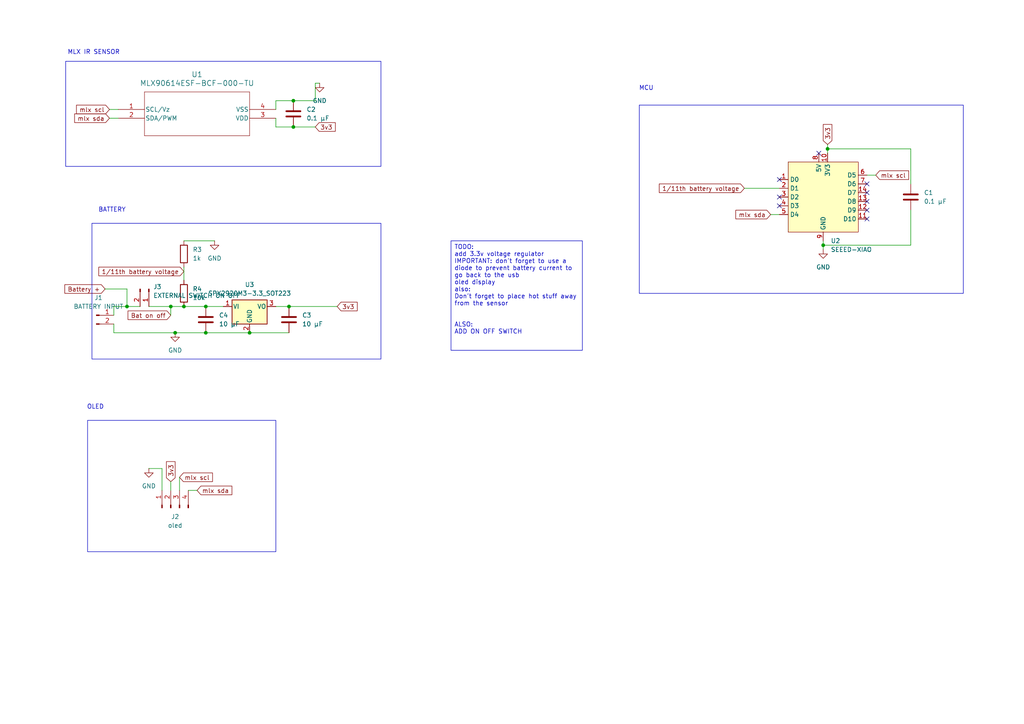
<source format=kicad_sch>
(kicad_sch (version 20231120) (generator "eeschema") (generator_version "8.0")
  (paper "A4")
  (lib_symbols
    (symbol "Connector:Conn_01x02_Pin" (pin_names (offset 1.016) hide)
      (property "Reference" "J" (at 0 2.54 0))
      (property "Value" "Conn_01x02_Pin" (at 0 -5.08 0))
      (symbol "Conn_01x02_Pin_1_1"
        (polyline (pts (xy 1.27 -2.54) (xy 0.8636 -2.54)) (stroke (width 0.1524)))
        (polyline (pts (xy 1.27 0) (xy 0.8636 0)) (stroke (width 0.1524)))
        (rectangle (start 0.8636 -2.413) (end 0 -2.667) (stroke (width 0.1524)) (fill (type outline)))
        (rectangle (start 0.8636 0.127) (end 0 -0.127) (stroke (width 0.1524)) (fill (type outline)))
        (pin passive line (at 5.08 0 180) (length 3.81) (name "Pin_1") (number "1"))
        (pin passive line (at 5.08 -2.54 180) (length 3.81) (name "Pin_2") (number "2"))
      )
    )
    (symbol "Connector:Conn_01x04_Pin" (pin_names (offset 1.016) hide)
      (property "Reference" "J" (at 0 5.08 0))
      (property "Value" "Conn_01x04_Pin" (at 0 -7.62 0))
      (symbol "Conn_01x04_Pin_1_1"
        (polyline (pts (xy 1.27 -5.08) (xy 0.8636 -5.08)) (stroke (width 0.1524)))
        (polyline (pts (xy 1.27 -2.54) (xy 0.8636 -2.54)) (stroke (width 0.1524)))
        (polyline (pts (xy 1.27 0) (xy 0.8636 0)) (stroke (width 0.1524)))
        (polyline (pts (xy 1.27 2.54) (xy 0.8636 2.54)) (stroke (width 0.1524)))
        (rectangle (start 0.8636 -4.953) (end 0 -5.207) (stroke (width 0.1524)) (fill (type outline)))
        (rectangle (start 0.8636 -2.413) (end 0 -2.667) (stroke (width 0.1524)) (fill (type outline)))
        (rectangle (start 0.8636 0.127) (end 0 -0.127) (stroke (width 0.1524)) (fill (type outline)))
        (rectangle (start 0.8636 2.667) (end 0 2.413) (stroke (width 0.1524)) (fill (type outline)))
        (pin passive line (at 5.08 2.54 180) (length 3.81) (name "Pin_1") (number "1"))
        (pin passive line (at 5.08 0 180) (length 3.81) (name "Pin_2") (number "2"))
        (pin passive line (at 5.08 -2.54 180) (length 3.81) (name "Pin_3") (number "3"))
        (pin passive line (at 5.08 -5.08 180) (length 3.81) (name "Pin_4") (number "4"))
      )
    )
    (symbol "Device:C" (pin_numbers hide) (pin_names (offset 0.254))
      (property "Reference" "C" (at 0.635 2.54 0))
      (property "Value" "C" (at 0.635 -2.54 0))
      (symbol "C_0_1"
        (polyline (pts (xy -2.032 -0.762) (xy 2.032 -0.762)) (stroke (width 0.508)))
        (polyline (pts (xy -2.032 0.762) (xy 2.032 0.762)) (stroke (width 0.508)))
      )
      (symbol "C_1_1"
        (pin passive line (at 0 3.81 270) (length 2.794) (name "~") (number "1"))
        (pin passive line (at 0 -3.81 90) (length 2.794) (name "~") (number "2"))
      )
    )
    (symbol "Device:R" (pin_numbers hide) (pin_names (offset 0))
      (property "Reference" "R" (at 2.032 0 90))
      (property "Value" "R" (at 0 0 90))
      (symbol "R_0_1"
        (rectangle (start -1.016 -2.54) (end 1.016 2.54) (stroke (width 0.254)))
      )
      (symbol "R_1_1"
        (pin passive line (at 0 3.81 270) (length 1.27) (name "~") (number "1"))
        (pin passive line (at 0 -3.81 90) (length 1.27) (name "~") (number "2"))
      )
    )
    (symbol "Regulator_Linear:SPX2920M3-3.3_SOT223" (pin_names (offset 0.254))
      (property "Reference" "U" (at -3.81 3.175 0))
      (property "Value" "SPX2920M3-3.3_SOT223" (at 0 3.175 0))
      (symbol "SPX2920M3-3.3_SOT223_0_1"
        (rectangle (start -5.08 -5.08) (end 5.08 1.905) (stroke (width 0.254)) (fill (type background)))
      )
      (symbol "SPX2920M3-3.3_SOT223_1_1"
        (pin power_in line (at -7.62 0 0) (length 2.54) (name "VI") (number "1"))
        (pin power_in line (at 0 -7.62 90) (length 2.54) (name "GND") (number "2"))
        (pin power_out line (at 7.62 0 180) (length 2.54) (name "VO") (number "3"))
      )
    )
    (symbol "SEEED-XIAO:SEEED-XIAO"
      (property "Reference" "U" (at 2.794 13.716 0))
      (property "Value" "SEEED-XIAO" (at -0.254 0 0))
      (symbol "SEEED-XIAO_0_1"
        (rectangle (start -10.16 10.16) (end 10.16 -10.16) (fill (type background)))
      )
      (symbol "SEEED-XIAO_1_1"
        (pin bidirectional line (at -12.7 5.08 0) (length 2.54) (name "D0") (number "1"))
        (pin power_in line (at 1.27 12.7 270) (length 2.54) (name "3V3") (number "10"))
        (pin bidirectional line (at 12.7 -6.35 180) (length 2.54) (name "D10") (number "11"))
        (pin bidirectional line (at 12.7 -3.81 180) (length 2.54) (name "D9") (number "12"))
        (pin bidirectional line (at 12.7 -1.27 180) (length 2.54) (name "D8") (number "13"))
        (pin bidirectional line (at 12.7 1.27 180) (length 2.54) (name "D7") (number "14"))
        (pin bidirectional line (at -12.7 2.54 0) (length 2.54) (name "D1") (number "2"))
        (pin bidirectional line (at -12.7 0 0) (length 2.54) (name "D2") (number "3"))
        (pin bidirectional line (at -12.7 -2.54 0) (length 2.54) (name "D3") (number "4"))
        (pin bidirectional line (at -12.7 -5.08 0) (length 2.54) (name "D4") (number "5"))
        (pin bidirectional line (at 12.7 6.35 180) (length 2.54) (name "D5") (number "6"))
        (pin bidirectional line (at 12.7 3.81 180) (length 2.54) (name "D6") (number "7"))
        (pin power_in line (at -1.27 12.7 270) (length 2.54) (name "5V") (number "8"))
        (pin power_in line (at 0 -12.7 90) (length 2.54) (name "GND") (number "9"))
      )
    )
    (symbol "mlx90614esf-dcc:MLX90614ESF-BCF-000-TU" (pin_names (offset 0.254))
      (property "Reference" "U" (at 22.86 10.16 0))
      (property "Value" "MLX90614ESF-BCF-000-TU" (at 22.86 7.62 0))
      (symbol "MLX90614ESF-BCF-000-TU_0_1"
        (polyline (pts (xy 7.62 -7.62) (xy 38.1 -7.62)) (stroke (width 0.127)))
        (polyline (pts (xy 7.62 5.08) (xy 7.62 -7.62)) (stroke (width 0.127)))
        (polyline (pts (xy 38.1 -7.62) (xy 38.1 5.08)) (stroke (width 0.127)))
        (polyline (pts (xy 38.1 5.08) (xy 7.62 5.08)) (stroke (width 0.127)))
        (pin input line (at 0 0 0) (length 7.62) (name "SCL/Vz") (number "1"))
        (pin bidirectional line (at 0 -2.54 0) (length 7.62) (name "SDA/PWM") (number "2"))
        (pin power_in line (at 45.72 -2.54 180) (length 7.62) (name "VDD") (number "3"))
        (pin power_out line (at 45.72 0 180) (length 7.62) (name "VSS") (number "4"))
      )
    )
    (symbol "power:GND" (power) (pin_numbers hide) (pin_names (offset 0) hide)
      (property "Value" "GND" (at 0 -3.81 0))
      (symbol "GND_0_1"
        (polyline (pts (xy 0 0) (xy 0 -1.27) (xy 1.27 -1.27) (xy 0 -2.54) (xy -1.27 -1.27) (xy 0 -1.27)))
      )
      (symbol "GND_1_1"
        (pin power_in line (at 0 0 270) (length 0) (name "~") (number "1"))
      )
    )
  )
  (junction (at 50.8 96.52))
  (junction (at 85.09 29.21))
  (junction (at 59.69 88.9))
  (junction (at 240.03 43.18))
  (junction (at 72.39 96.52))
  (junction (at 238.76 71.12))
  (junction (at 49.53 88.9))
  (junction (at 59.69 96.52))
  (junction (at 36.83 88.9))
  (junction (at 83.82 88.9))
  (junction (at 85.09 36.83))
  (junction (at 53.34 88.9))
  (no_connect (at 251.46 63.5))
  (no_connect (at 226.06 57.15))
  (no_connect (at 237.49 44.45))
  (no_connect (at 251.46 60.96))
  (no_connect (at 251.46 55.88))
  (no_connect (at 226.06 52.07))
  (no_connect (at 251.46 53.34))
  (no_connect (at 226.06 59.69))
  (no_connect (at 251.46 58.42))
  (wire (pts (xy 80.01 36.83) (xy 85.09 36.83)))
  (wire (pts (xy 52.07 138.43) (xy 52.07 142.24)))
  (wire (pts (xy 31.75 31.75) (xy 34.29 31.75)))
  (wire (pts (xy 264.16 60.96) (xy 264.16 71.12)))
  (wire (pts (xy 36.83 83.82) (xy 36.83 88.9)))
  (wire (pts (xy 240.03 43.18) (xy 240.03 44.45)))
  (wire (pts (xy 46.99 142.24) (xy 46.99 135.89)))
  (wire (pts (xy 53.34 88.9) (xy 59.69 88.9)))
  (wire (pts (xy 80.01 88.9) (xy 83.82 88.9)))
  (wire (pts (xy 240.03 41.91) (xy 240.03 43.18)))
  (wire (pts (xy 31.75 34.29) (xy 34.29 34.29)))
  (wire (pts (xy 36.83 88.9) (xy 40.64 88.9)))
  (wire (pts (xy 43.18 88.9) (xy 49.53 88.9)))
  (wire (pts (xy 83.82 88.9) (xy 97.79 88.9)))
  (wire (pts (xy 215.9 54.61) (xy 226.06 54.61)))
  (wire (pts (xy 238.76 69.85) (xy 238.76 71.12)))
  (wire (pts (xy 238.76 71.12) (xy 238.76 72.39)))
  (wire (pts (xy 80.01 34.29) (xy 80.01 36.83)))
  (wire (pts (xy 49.53 88.9) (xy 53.34 88.9)))
  (wire (pts (xy 264.16 71.12) (xy 238.76 71.12)))
  (wire (pts (xy 223.52 62.23) (xy 226.06 62.23)))
  (wire (pts (xy 72.39 96.52) (xy 83.82 96.52)))
  (wire (pts (xy 80.01 29.21) (xy 85.09 29.21)))
  (wire (pts (xy 49.53 139.7) (xy 49.53 142.24)))
  (wire (pts (xy 80.01 31.75) (xy 80.01 29.21)))
  (wire (pts (xy 85.09 36.83) (xy 91.44 36.83)))
  (wire (pts (xy 33.02 96.52) (xy 50.8 96.52)))
  (wire (pts (xy 30.48 83.82) (xy 36.83 83.82)))
  (wire (pts (xy 264.16 43.18) (xy 240.03 43.18)))
  (wire (pts (xy 264.16 53.34) (xy 264.16 43.18)))
  (wire (pts (xy 251.46 50.8) (xy 254 50.8)))
  (wire (pts (xy 59.69 96.52) (xy 72.39 96.52)))
  (wire (pts (xy 59.69 88.9) (xy 64.77 88.9)))
  (wire (pts (xy 46.99 135.89) (xy 43.18 135.89)))
  (wire (pts (xy 91.44 24.13) (xy 92.71 24.13)))
  (wire (pts (xy 50.8 96.52) (xy 59.69 96.52)))
  (wire (pts (xy 91.44 24.13) (xy 91.44 29.21)))
  (wire (pts (xy 54.61 142.24) (xy 57.15 142.24)))
  (wire (pts (xy 91.44 29.21) (xy 85.09 29.21)))
  (wire (pts (xy 33.02 91.44) (xy 33.02 88.9)))
  (wire (pts (xy 33.02 88.9) (xy 36.83 88.9)))
  (wire (pts (xy 53.34 69.85) (xy 62.23 69.85)))
  (wire (pts (xy 33.02 93.98) (xy 33.02 96.52)))
  (wire (pts (xy 53.34 77.47) (xy 53.34 81.28)))
  (wire (pts (xy 49.53 88.9) (xy 49.53 91.44)))
  (rectangle (start 185.42 30.48) (end 279.4 85.09))
  (rectangle (start 25.4 121.92) (end 80.01 160.02))
  (rectangle (start 19.05 17.78) (end 110.49 48.26))
  (rectangle (start 26.67 64.77) (end 110.49 104.14))
  (text_box "TODO:\nadd 3.3v voltage regulator IMPORTANT: don't forget to use a diode to prevent battery current to go back to the usb\noled display\nalso: \nDon't forget to place hot stuff away from the sensor\n\n\nALSO:\nADD ON OFF SWITCH" (at 130.81 69.85 0) (size 38.1 31.75) (effects (font (size 1.27 1.27)) (justify left top)))
  (text "MLX IR SENSOR" (at 27.178 15.24 0) (effects (font (size 1.27 1.27))))
  (text "BATTERY\n" (at 32.512 60.96 0) (effects (font (size 1.27 1.27))))
  (text "OLED" (at 27.686 118.11 0) (effects (font (size 1.27 1.27))))
  (text "MCU" (at 187.452 25.654 0) (effects (font (size 1.27 1.27))))
  (global_label "mlx sda" (shape input) (at 57.15 142.24 0) (property "Intersheetrefs" "${INTERSHEET_REFS}" (effects (hide yes))))
  (global_label "Bat on off" (shape input) (at 49.53 91.44 180) (property "Intersheetrefs" "${INTERSHEET_REFS}" (effects (hide yes))))
  (global_label "1{slash}11th battery voltage" (shape input) (at 215.9 54.61 180) (property "Intersheetrefs" "${INTERSHEET_REFS}" (effects (hide yes))))
  (global_label "mlx scl" (shape input) (at 254 50.8 0) (property "Intersheetrefs" "${INTERSHEET_REFS}" (effects (hide yes))))
  (global_label "mlx scl" (shape input) (at 52.07 138.43 0) (property "Intersheetrefs" "${INTERSHEET_REFS}" (effects (hide yes))))
  (global_label "mlx sda" (shape input) (at 223.52 62.23 180) (property "Intersheetrefs" "${INTERSHEET_REFS}" (effects (hide yes))))
  (global_label "Battery +" (shape input) (at 30.48 83.82 180) (property "Intersheetrefs" "${INTERSHEET_REFS}" (effects (hide yes))))
  (global_label "3v3" (shape input) (at 240.03 41.91 90) (property "Intersheetrefs" "${INTERSHEET_REFS}" (effects (hide yes))))
  (global_label "3v3" (shape input) (at 91.44 36.83 0) (property "Intersheetrefs" "${INTERSHEET_REFS}" (effects (hide yes))))
  (global_label "1{slash}11th battery voltage" (shape input) (at 53.34 78.74 180) (property "Intersheetrefs" "${INTERSHEET_REFS}" (effects (hide yes))))
  (global_label "3v3" (shape input) (at 49.53 139.7 90) (property "Intersheetrefs" "${INTERSHEET_REFS}" (effects (hide yes))))
  (global_label "mlx scl" (shape input) (at 31.75 31.75 180) (property "Intersheetrefs" "${INTERSHEET_REFS}" (effects (hide yes))))
  (global_label "3v3" (shape input) (at 97.79 88.9 0) (property "Intersheetrefs" "${INTERSHEET_REFS}" (effects (hide yes))))
  (global_label "mlx sda" (shape input) (at 31.75 34.29 180) (property "Intersheetrefs" "${INTERSHEET_REFS}" (effects (hide yes))))
  (symbol (lib_id "power:GND") (at 238.76 72.39 0) (unit 1)
    (property "Reference" "#PWR02" (effects (hide yes)))
    (property "Value" "GND" (at 238.76 77.47 0))
    (property "Description" "Power symbol creates a global label with name \"GND\" , ground" (effects (hide yes)))
  )
  (symbol (lib_id "power:GND") (at 62.23 69.85 0) (unit 1)
    (property "Reference" "#PWR04" (effects (hide yes)))
    (property "Value" "GND" (at 62.23 74.93 0))
    (property "Description" "Power symbol creates a global label with name \"GND\" , ground" (effects (hide yes)))
  )
  (symbol (lib_id "Device:C") (at 85.09 33.02 0) (unit 1)
    (property "Reference" "C2" (at 88.9 31.7499 0) (effects (justify left)))
    (property "Value" "0.1 µF" (at 88.9 34.2899 0) (effects (justify left)))
    (property "Footprint" "Capacitor_SMD:C_0805_2012Metric_Pad1.18x1.45mm_HandSolder" (effects (hide yes)))
    (property "Description" "Unpolarized capacitor" (effects (hide yes)))
  )
  (symbol (lib_id "Connector:Conn_01x04_Pin") (at 49.53 147.32 90) (unit 1)
    (property "Reference" "J2" (at 50.8 149.86 90))
    (property "Value" "oled" (at 50.8 152.4 90))
    (property "Footprint" "Connector_PinHeader_2.54mm:PinHeader_1x04_P2.54mm_Vertical" (effects (hide yes)))
    (property "Description" "Generic connector, single row, 01x04, script generated" (effects (hide yes)))
  )
  (symbol (lib_id "Device:C") (at 264.16 57.15 0) (unit 1)
    (property "Reference" "C1" (at 267.97 55.8799 0) (effects (justify left)))
    (property "Value" "0.1 µF" (at 267.97 58.4199 0) (effects (justify left)))
    (property "Footprint" "Capacitor_SMD:C_0805_2012Metric_Pad1.18x1.45mm_HandSolder" (effects (hide yes)))
    (property "Description" "Unpolarized capacitor" (effects (hide yes)))
  )
  (symbol (lib_id "Regulator_Linear:SPX2920M3-3.3_SOT223") (at 72.39 88.9 0) (unit 1)
    (property "Reference" "U3" (at 72.39 82.55 0))
    (property "Value" "SPX2920M3-3.3_SOT223" (at 72.39 85.09 0))
    (property "Footprint" "Package_TO_SOT_SMD:SOT-223-3_TabPin2" (effects (hide yes)))
    (property "Datasheet" "http://www.zlgmcu.com/Sipex/LDO/PDF/spx2920.pdf" (effects (hide yes)))
    (property "Description" "400mA Low drop-out regulator, Fixed Output 3.3V, SOT-223" (effects (hide yes)))
  )
  (symbol (lib_id "SEEED-XIAO:SEEED-XIAO") (at 238.76 57.15 0) (unit 1)
    (property "Reference" "U2" (at 240.9541 69.85 0) (effects (justify left)))
    (property "Value" "SEEED-XIAO" (at 240.9541 72.39 0) (effects (justify left)))
    (property "Footprint" "XIAO_PCB:XIAO-14P-THT-2.54-21x17.8MM" (effects (hide yes)))
    (property "Datasheet" "https://wiki.seeedstudio.com/XIAO-RP2040/#hardware-overview" (effects (hide yes)))
    (property "Description" "Seeed Studio XIAO board (datasheet is for RP2040, supports more boards)" (effects (hide yes)))
  )
  (symbol (lib_id "Device:R") (at 53.34 73.66 0) (unit 1)
    (property "Reference" "R3" (at 55.88 72.3899 0) (effects (justify left)))
    (property "Value" "1k" (at 55.88 74.9299 0) (effects (justify left)))
    (property "Footprint" "Resistor_SMD:R_0805_2012Metric_Pad1.20x1.40mm_HandSolder" (effects (hide yes)))
    (property "Description" "Resistor" (effects (hide yes)))
  )
  (symbol (lib_id "mlx90614esf-dcc:MLX90614ESF-BCF-000-TU") (at 34.29 31.75 0) (unit 1)
    (property "Reference" "U1" (at 57.15 21.59 0) (effects (font (size 1.524 1.524))))
    (property "Value" "MLX90614ESF-BCF-000-TU" (at 57.15 24.13 0) (effects (font (size 1.524 1.524))))
    (property "Footprint" "mlx90614esf-dcc:MLX90614xCF_MEL" (effects (hide yes)))
    (property "Datasheet" "MLX90614ESF-BCF-000-TU" (effects (hide yes)))
  )
  (symbol (lib_id "Device:C") (at 59.69 92.71 0) (unit 1)
    (property "Reference" "C4" (at 63.5 91.4399 0) (effects (justify left)))
    (property "Value" "10 µF" (at 63.5 93.9799 0) (effects (justify left)))
    (property "Footprint" "Capacitor_SMD:C_0805_2012Metric_Pad1.18x1.45mm_HandSolder" (effects (hide yes)))
    (property "Description" "Unpolarized capacitor" (effects (hide yes)))
  )
  (symbol (lib_id "power:GND") (at 50.8 96.52 0) (unit 1)
    (property "Reference" "#PWR03" (effects (hide yes)))
    (property "Value" "GND" (at 50.8 101.6 0))
    (property "Description" "Power symbol creates a global label with name \"GND\" , ground" (effects (hide yes)))
  )
  (symbol (lib_id "Device:R") (at 53.34 85.09 0) (unit 1)
    (property "Reference" "R4" (at 55.88 83.8199 0) (effects (justify left)))
    (property "Value" "10k" (at 55.88 86.3599 0) (effects (justify left)))
    (property "Footprint" "Resistor_SMD:R_0805_2012Metric_Pad1.20x1.40mm_HandSolder" (effects (hide yes)))
    (property "Description" "Resistor" (effects (hide yes)))
  )
  (symbol (lib_id "power:GND") (at 92.71 24.13 0) (unit 1)
    (property "Reference" "#PWR01" (effects (hide yes)))
    (property "Value" "GND" (at 92.71 29.21 0))
    (property "Description" "Power symbol creates a global label with name \"GND\" , ground" (effects (hide yes)))
  )
  (symbol (lib_id "Device:C") (at 83.82 92.71 0) (unit 1)
    (property "Reference" "C3" (at 87.63 91.4399 0) (effects (justify left)))
    (property "Value" "10 µF" (at 87.63 93.9799 0) (effects (justify left)))
    (property "Footprint" "Capacitor_SMD:C_0805_2012Metric_Pad1.18x1.45mm_HandSolder" (effects (hide yes)))
    (property "Description" "Unpolarized capacitor" (effects (hide yes)))
  )
  (symbol (lib_id "power:GND") (at 43.18 135.89 0) (unit 1)
    (property "Reference" "#PWR05" (effects (hide yes)))
    (property "Value" "GND" (at 43.18 140.97 0))
    (property "Description" "Power symbol creates a global label with name \"GND\" , ground" (effects (hide yes)))
  )
  (symbol (lib_id "Connector:Conn_01x02_Pin") (at 43.18 83.82 270) (unit 1)
    (property "Reference" "J3" (at 44.45 83.1849 90) (effects (justify left)))
    (property "Value" "EXTERNAL SWITCH ON OFF" (at 44.45 85.7249 90) (effects (justify left)))
    (property "Footprint" "Connector_PinHeader_2.54mm:PinHeader_1x02_P2.54mm_Vertical" (effects (hide yes)))
    (property "Description" "Generic connector, single row, 01x02, script generated" (effects (hide yes)))
  )
  (symbol (lib_id "Connector:Conn_01x02_Pin") (at 27.94 91.44 0) (unit 1)
    (property "Reference" "J1" (at 28.575 86.36 0))
    (property "Value" "BATTERY INPUT" (at 28.575 88.9 0))
    (property "Footprint" "Connector_PinHeader_2.54mm:PinHeader_1x02_P2.54mm_Vertical" (effects (hide yes)))
    (property "Description" "Generic connector, single row, 01x02, script generated" (effects (hide yes)))
  )
)
</source>
